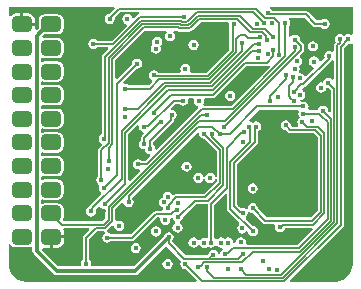
<source format=gbr>
%TF.GenerationSoftware,Altium Limited,Altium Designer,24.3.1 (35)*%
G04 Layer_Physical_Order=3*
G04 Layer_Color=16440176*
%FSLAX45Y45*%
%MOMM*%
%TF.SameCoordinates,49A6F1C3-9DA9-4727-8ECF-3BB51FF8743F*%
%TF.FilePolarity,Positive*%
%TF.FileFunction,Copper,L3,Inr,Signal*%
%TF.Part,Single*%
G01*
G75*
%TA.AperFunction,Conductor*%
%ADD34C,0.15000*%
%ADD37C,0.20000*%
%ADD39C,0.30000*%
%ADD42C,0.13000*%
%TA.AperFunction,ViaPad*%
%ADD45C,0.45000*%
%TA.AperFunction,ComponentPad*%
G04:AMPARAMS|DCode=46|XSize=1.3mm|YSize=1.7mm|CornerRadius=0.325mm|HoleSize=0mm|Usage=FLASHONLY|Rotation=270.000|XOffset=0mm|YOffset=0mm|HoleType=Round|Shape=RoundedRectangle|*
%AMROUNDEDRECTD46*
21,1,1.30000,1.05000,0,0,270.0*
21,1,0.65000,1.70000,0,0,270.0*
1,1,0.65000,-0.52500,-0.32500*
1,1,0.65000,-0.52500,0.32500*
1,1,0.65000,0.52500,0.32500*
1,1,0.65000,0.52500,-0.32500*
%
%ADD46ROUNDEDRECTD46*%
G36*
X942545Y2462198D02*
X892111Y2411763D01*
X883417Y2410034D01*
X869359Y2400641D01*
X859966Y2386583D01*
X856668Y2370000D01*
X859966Y2353417D01*
X869359Y2339360D01*
X883417Y2329966D01*
X900000Y2326668D01*
X916583Y2329966D01*
X930641Y2339360D01*
X940034Y2353417D01*
X943332Y2370000D01*
X941063Y2381410D01*
X989114Y2429461D01*
X1144616D01*
X1146679Y2423450D01*
X1147110Y2414462D01*
X1140174Y2409826D01*
X1107253Y2376905D01*
X1090977Y2381843D01*
X1090034Y2386583D01*
X1080640Y2400641D01*
X1066583Y2410034D01*
X1050000Y2413332D01*
X1033417Y2410034D01*
X1019359Y2400641D01*
X1009966Y2386583D01*
X1006668Y2370000D01*
X1009966Y2353417D01*
X1019359Y2339360D01*
X1033417Y2329966D01*
X1038157Y2329023D01*
X1043095Y2312747D01*
X918677Y2188330D01*
X793908D01*
X792169Y2190932D01*
X778111Y2200325D01*
X761529Y2203623D01*
X744946Y2200325D01*
X730888Y2190932D01*
X721495Y2176874D01*
X718196Y2160291D01*
X721495Y2143708D01*
X730888Y2129651D01*
X744946Y2120257D01*
X761529Y2116959D01*
X778111Y2120257D01*
X792169Y2129651D01*
X793908Y2132253D01*
X881893D01*
X887633Y2118395D01*
X840174Y2070935D01*
X834096Y2061839D01*
X831962Y2051109D01*
Y1393235D01*
X819359Y1384814D01*
X809966Y1370756D01*
X806667Y1354174D01*
X809966Y1337591D01*
X819359Y1323533D01*
X827337Y1318203D01*
X830865Y1300517D01*
X807935Y1277587D01*
X801857Y1268491D01*
X799722Y1257761D01*
Y1040883D01*
X799360Y1040641D01*
X789966Y1026583D01*
X786668Y1010000D01*
X789966Y993417D01*
X799360Y979359D01*
X804754Y975755D01*
X810018Y956634D01*
X806720Y940052D01*
X810018Y923469D01*
X819412Y909411D01*
X822726Y907197D01*
X824628Y887885D01*
X728371Y791629D01*
X721741Y781706D01*
X721490Y780444D01*
X709359Y772339D01*
X699966Y758281D01*
X696667Y741698D01*
X699966Y725116D01*
X709359Y711058D01*
X723417Y701664D01*
X740000Y698366D01*
X756582Y701664D01*
X770640Y711058D01*
X780034Y725116D01*
X783332Y741698D01*
X780283Y757026D01*
X802944Y779686D01*
X821756Y777285D01*
X825162Y772187D01*
X839220Y762794D01*
X855802Y759496D01*
X864461Y752389D01*
Y741277D01*
X864096Y740730D01*
X861961Y730000D01*
Y681614D01*
X838386Y658039D01*
X512124D01*
X502820Y669822D01*
X504954Y673015D01*
X509028Y693500D01*
Y758500D01*
X504954Y778984D01*
X493350Y796350D01*
X475984Y807953D01*
X455500Y812028D01*
X350500D01*
X330686Y808087D01*
X328033Y807885D01*
X315686Y815664D01*
Y836336D01*
X328033Y844115D01*
X330686Y843913D01*
X350500Y839972D01*
X455500D01*
X475984Y844046D01*
X493350Y855650D01*
X504954Y873016D01*
X509028Y893500D01*
Y958500D01*
X504954Y978984D01*
X493350Y996350D01*
X475984Y1007954D01*
X455500Y1012028D01*
X350500D01*
X330686Y1008087D01*
X328033Y1007885D01*
X315686Y1015664D01*
Y1036336D01*
X328033Y1044115D01*
X330686Y1043913D01*
X350500Y1039972D01*
X455500D01*
X475984Y1044046D01*
X493350Y1055650D01*
X504954Y1073016D01*
X509028Y1093500D01*
Y1158500D01*
X504954Y1178984D01*
X493350Y1196350D01*
X475984Y1207954D01*
X455500Y1212028D01*
X350500D01*
X330686Y1208087D01*
X328033Y1207885D01*
X315686Y1215664D01*
Y1236336D01*
X328033Y1244115D01*
X330686Y1243913D01*
X350500Y1239972D01*
X455500D01*
X475984Y1244046D01*
X493350Y1255650D01*
X504954Y1273015D01*
X509028Y1293500D01*
Y1358500D01*
X504954Y1378984D01*
X493350Y1396350D01*
X475984Y1407953D01*
X455500Y1412028D01*
X350500D01*
X330686Y1408087D01*
X328033Y1407885D01*
X315686Y1415664D01*
Y1436336D01*
X328033Y1444115D01*
X330686Y1443913D01*
X350500Y1439972D01*
X455500D01*
X475984Y1444046D01*
X493350Y1455650D01*
X504954Y1473016D01*
X509028Y1493500D01*
Y1558500D01*
X504954Y1578984D01*
X493350Y1596350D01*
X475984Y1607954D01*
X455500Y1612028D01*
X350500D01*
X330686Y1608087D01*
X328033Y1607885D01*
X315686Y1615664D01*
Y1636336D01*
X328033Y1644115D01*
X330686Y1643913D01*
X350500Y1639972D01*
X455500D01*
X475984Y1644046D01*
X493350Y1655650D01*
X504954Y1673015D01*
X509028Y1693500D01*
Y1758500D01*
X504954Y1778984D01*
X493350Y1796350D01*
X475984Y1807953D01*
X455500Y1812028D01*
X350500D01*
X330686Y1808087D01*
X328033Y1807885D01*
X315686Y1815664D01*
Y1836336D01*
X328033Y1844115D01*
X330686Y1843913D01*
X350500Y1839972D01*
X455500D01*
X475984Y1844046D01*
X493350Y1855650D01*
X504954Y1873016D01*
X509028Y1893500D01*
Y1958500D01*
X504954Y1978984D01*
X493350Y1996350D01*
X475984Y2007954D01*
X455500Y2012028D01*
X350500D01*
X330686Y2008087D01*
X328033Y2007885D01*
X315686Y2015664D01*
Y2036336D01*
X328033Y2044115D01*
X330686Y2043913D01*
X350500Y2039972D01*
X455500D01*
X475984Y2044046D01*
X493350Y2055650D01*
X504954Y2073015D01*
X509028Y2093500D01*
Y2158500D01*
X504954Y2178984D01*
X493350Y2196350D01*
X475984Y2207953D01*
X455500Y2212028D01*
X350500D01*
X334532Y2208852D01*
X327143Y2222676D01*
X345445Y2240977D01*
X350500Y2239972D01*
X455500D01*
X475984Y2244046D01*
X493350Y2255650D01*
X504954Y2273016D01*
X509028Y2293500D01*
Y2358500D01*
X504954Y2378984D01*
X493350Y2396350D01*
X475984Y2407954D01*
X455500Y2412028D01*
X350500D01*
X330016Y2407954D01*
X312650Y2396350D01*
X301046Y2378984D01*
X296972Y2358500D01*
Y2293500D01*
X296982Y2293449D01*
X280549Y2277017D01*
X266725Y2284406D01*
X268534Y2293500D01*
Y2313300D01*
X157000D01*
Y2326000D01*
X144300D01*
Y2417534D01*
X104500D01*
X81908Y2413040D01*
X62757Y2400243D01*
X58944Y2394538D01*
X43944Y2399088D01*
Y2476056D01*
X936805D01*
X942545Y2462198D01*
D02*
G37*
G36*
X2956055Y2245063D02*
X2941055Y2237046D01*
X2936583Y2240034D01*
X2920000Y2243332D01*
X2903417Y2240034D01*
X2889360Y2230640D01*
X2880640D01*
X2866583Y2240034D01*
X2850000Y2243332D01*
X2833417Y2240034D01*
X2819359Y2230640D01*
X2809966Y2216583D01*
X2806667Y2200000D01*
X2809966Y2183417D01*
X2815937Y2174481D01*
X2807674Y2166217D01*
X2801596Y2157121D01*
X2799462Y2146391D01*
Y2102383D01*
X2784462Y2094769D01*
X2776583Y2100034D01*
X2760000Y2103332D01*
X2743417Y2100034D01*
X2729360Y2090640D01*
X2719966Y2076583D01*
X2716668Y2060000D01*
X2719966Y2043417D01*
X2720044Y2043301D01*
X2687641Y2010898D01*
X2672038Y2016509D01*
X2670034Y2026583D01*
X2660641Y2040641D01*
X2646583Y2050034D01*
X2630000Y2053332D01*
X2613417Y2050034D01*
X2599360Y2040641D01*
X2589966Y2026583D01*
X2586668Y2010000D01*
X2589966Y1993417D01*
X2599360Y1979360D01*
X2613417Y1969966D01*
X2623491Y1967962D01*
X2629102Y1952359D01*
X2563619Y1886877D01*
X2545752Y1890223D01*
X2540733Y1897734D01*
X2526675Y1907128D01*
X2510092Y1910426D01*
X2501604Y1924031D01*
X2504933Y1929015D01*
X2508232Y1945597D01*
X2504933Y1962180D01*
X2510559Y1980760D01*
X2514929Y1983681D01*
X2524322Y1997738D01*
X2527621Y2014321D01*
X2524322Y2030904D01*
X2514929Y2044962D01*
X2511379Y2047334D01*
X2509909Y2062262D01*
X2539084Y2091437D01*
X2545162Y2100533D01*
X2547296Y2111263D01*
Y2145972D01*
X2545162Y2156702D01*
X2539084Y2165798D01*
X2511375Y2193507D01*
X2511385Y2193554D01*
X2508086Y2210137D01*
X2498693Y2224194D01*
X2484635Y2233588D01*
X2468052Y2236886D01*
X2451470Y2233588D01*
X2437412Y2224194D01*
X2436730Y2223175D01*
X2416348Y2219418D01*
X2413891Y2221146D01*
Y2306240D01*
X2416493Y2307978D01*
X2425886Y2322036D01*
X2429185Y2338619D01*
X2425886Y2355202D01*
X2418028Y2366961D01*
X2420632Y2375840D01*
X2424482Y2381961D01*
X2548386D01*
X2620174Y2310174D01*
X2629270Y2304096D01*
X2640000Y2301961D01*
X2687621D01*
X2689359Y2299359D01*
X2703417Y2289966D01*
X2720000Y2286668D01*
X2736583Y2289966D01*
X2750640Y2299359D01*
X2760034Y2313417D01*
X2763332Y2330000D01*
X2760034Y2346583D01*
X2750640Y2360640D01*
X2736583Y2370034D01*
X2720000Y2373332D01*
X2703417Y2370034D01*
X2689359Y2360640D01*
X2687621Y2358038D01*
X2651614D01*
X2579826Y2429826D01*
X2570730Y2435904D01*
X2560000Y2438039D01*
X2276804D01*
X2268024Y2451179D01*
X2253966Y2460573D01*
X2251538Y2461056D01*
X2253015Y2476056D01*
X2956055D01*
Y2245063D01*
D02*
G37*
G36*
X1909615Y2326961D02*
X1909225Y2325000D01*
X1912524Y2308418D01*
X1912718Y2308127D01*
X1911961Y2304325D01*
Y2111614D01*
X1716198Y1915850D01*
X1586336D01*
X1578319Y1930850D01*
X1580034Y1933417D01*
X1583332Y1950000D01*
X1580034Y1966583D01*
X1570640Y1980640D01*
X1556583Y1990034D01*
X1540000Y1993332D01*
X1523417Y1990034D01*
X1509359Y1980640D01*
X1499966Y1966583D01*
X1496668Y1950000D01*
X1499966Y1933417D01*
X1501681Y1930850D01*
X1493664Y1915850D01*
X1312140D01*
X1306093Y1924900D01*
X1292035Y1934293D01*
X1275452Y1937592D01*
X1258869Y1934293D01*
X1244812Y1924900D01*
X1235418Y1910842D01*
X1232120Y1894259D01*
X1235418Y1877676D01*
X1244812Y1863619D01*
X1255566Y1856432D01*
X1260182Y1839834D01*
X1228386Y1808039D01*
X1062379D01*
X1060641Y1810641D01*
X1046583Y1820034D01*
X1030000Y1823332D01*
X1021021Y1821546D01*
X1013632Y1835370D01*
X1127780Y1949519D01*
X1131500Y1948779D01*
X1148083Y1952078D01*
X1162141Y1961471D01*
X1171534Y1975529D01*
X1174833Y1992112D01*
X1171534Y2008694D01*
X1162141Y2022752D01*
X1148083Y2032146D01*
X1131500Y2035444D01*
X1114918Y2032146D01*
X1100860Y2022752D01*
X1091466Y2008694D01*
X1088168Y1992112D01*
X1088649Y1989692D01*
X961896Y1862940D01*
X948038Y1868680D01*
Y2021713D01*
X1198287Y2271961D01*
X1379082D01*
X1383632Y2256961D01*
X1379924Y2254484D01*
X1370531Y2240426D01*
X1367232Y2223843D01*
X1370531Y2207261D01*
X1379924Y2193203D01*
X1393982Y2183809D01*
X1410565Y2180511D01*
X1427148Y2183809D01*
X1441205Y2193203D01*
X1450599Y2207261D01*
X1453897Y2223843D01*
X1450599Y2240426D01*
X1441205Y2254484D01*
X1437498Y2256961D01*
X1442048Y2271961D01*
X1470854D01*
X1478884Y2266596D01*
X1489614Y2264461D01*
X1570386D01*
X1581116Y2266596D01*
X1589146Y2271961D01*
X1590000D01*
X1600730Y2274096D01*
X1609826Y2280174D01*
X1671614Y2341962D01*
X1897305D01*
X1909615Y2326961D01*
D02*
G37*
G36*
X2956055Y2154937D02*
Y650001D01*
Y299999D01*
X2956164Y299449D01*
X2950913Y259563D01*
X2935305Y221881D01*
X2910476Y189524D01*
X2878118Y164695D01*
X2840437Y149087D01*
X2814295Y145645D01*
X2800000Y143944D01*
Y143944D01*
X2428758D01*
X2423018Y157802D01*
X2874827Y609610D01*
X2880905Y618707D01*
X2883039Y629437D01*
Y2123386D01*
X2916931Y2157278D01*
X2920000Y2156668D01*
X2936583Y2159966D01*
X2941055Y2162954D01*
X2956055Y2154937D01*
D02*
G37*
G36*
X2797030Y2018851D02*
X2799462Y2017617D01*
Y1859472D01*
X2784462Y1854922D01*
X2780641Y1860640D01*
X2766583Y1870034D01*
X2750000Y1873332D01*
X2733417Y1870034D01*
X2719360Y1860640D01*
X2709966Y1846583D01*
X2709375Y1843608D01*
X2706582Y1830034D01*
X2690000Y1833332D01*
X2673417Y1830034D01*
X2659359Y1820641D01*
X2649966Y1806583D01*
X2646668Y1790000D01*
X2649966Y1773417D01*
X2659359Y1759359D01*
X2673417Y1749966D01*
X2690000Y1746668D01*
X2706583Y1749966D01*
X2720640Y1759359D01*
X2730034Y1773417D01*
X2730625Y1776391D01*
X2733418Y1789966D01*
X2750000Y1786667D01*
X2753069Y1787278D01*
X2771962Y1768386D01*
Y1587289D01*
X2758104Y1581549D01*
X2747722Y1591931D01*
X2748333Y1595000D01*
X2745034Y1611583D01*
X2735641Y1625641D01*
X2721583Y1635034D01*
X2705000Y1638333D01*
X2688418Y1635034D01*
X2674360Y1625641D01*
X2664966Y1611583D01*
X2662272Y1598038D01*
X2587798D01*
X2579781Y1613038D01*
X2580034Y1613417D01*
X2583332Y1630000D01*
X2580034Y1646583D01*
X2570641Y1660641D01*
X2556583Y1670034D01*
X2540000Y1673332D01*
X2527488Y1670844D01*
X2516697Y1677900D01*
X2513606Y1681519D01*
X2513889Y1684002D01*
X2517554Y1685392D01*
X2526798Y1687230D01*
X2540856Y1696624D01*
X2550249Y1710682D01*
X2553548Y1727264D01*
X2550249Y1743847D01*
X2540856Y1757905D01*
X2532212Y1763681D01*
X2529653Y1778495D01*
X2539074Y1789412D01*
X2539999D01*
X2540000Y1789412D01*
X2551705Y1791741D01*
X2561629Y1798371D01*
X2776845Y2013587D01*
X2776846Y2013588D01*
X2783476Y2023511D01*
X2797030Y2018851D01*
D02*
G37*
G36*
X2255871Y1965524D02*
X1928386Y1638039D01*
X1697935D01*
X1689917Y1653039D01*
X1694458Y1659835D01*
X1697757Y1676418D01*
X1695659Y1686961D01*
X1705138Y1701962D01*
X1773744D01*
X1784474Y1704096D01*
X1793571Y1710174D01*
X2053403Y1970006D01*
X2228045D01*
X2238775Y1972141D01*
X2246309Y1977175D01*
X2255871Y1965524D01*
D02*
G37*
G36*
X1613189Y1686961D02*
X1611092Y1676418D01*
X1614390Y1659835D01*
X1623784Y1645777D01*
X1637842Y1636384D01*
X1646094Y1634742D01*
X1651031Y1618466D01*
X1297648Y1265083D01*
X1288818Y1268116D01*
X1283004Y1271652D01*
X1280034Y1286583D01*
X1270641Y1300641D01*
X1268039Y1302379D01*
Y1328386D01*
X1439372Y1499719D01*
X1445450Y1508816D01*
X1447584Y1519546D01*
Y1523797D01*
X1454387Y1528343D01*
X1463781Y1542401D01*
X1467079Y1558984D01*
X1463781Y1575566D01*
X1454387Y1589624D01*
X1440330Y1599018D01*
X1427056Y1601658D01*
X1422179Y1611151D01*
X1421148Y1616963D01*
X1456146Y1651961D01*
X1487621D01*
X1489359Y1649359D01*
X1503417Y1639966D01*
X1520000Y1636668D01*
X1536583Y1639966D01*
X1550641Y1649359D01*
X1560034Y1663417D01*
X1563332Y1680000D01*
X1561948Y1686961D01*
X1573107Y1701962D01*
X1603711D01*
X1613189Y1686961D01*
D02*
G37*
G36*
X2500219Y1586962D02*
X2499966Y1586583D01*
X2496668Y1570000D01*
X2499966Y1553417D01*
X2509359Y1539360D01*
X2500462Y1531377D01*
X2499359Y1530641D01*
X2489966Y1516583D01*
X2486668Y1500000D01*
X2489966Y1483417D01*
X2496901Y1473038D01*
X2492295Y1460574D01*
X2490257Y1458038D01*
X2443447D01*
X2433248Y1469573D01*
X2433332Y1470000D01*
X2430034Y1486583D01*
X2420641Y1500641D01*
X2406583Y1510034D01*
X2390000Y1513333D01*
X2373417Y1510034D01*
X2359360Y1500641D01*
X2349966Y1486583D01*
X2346668Y1470000D01*
X2349966Y1453417D01*
X2359360Y1439360D01*
X2373417Y1429966D01*
X2390000Y1426668D01*
X2393069Y1427278D01*
X2410174Y1410174D01*
X2419270Y1404096D01*
X2430000Y1401961D01*
X2628386D01*
X2661961Y1368386D01*
Y751614D01*
X2601969Y691622D01*
X2227490D01*
X2152957Y766155D01*
X2153568Y769224D01*
X2150270Y785807D01*
X2140876Y799865D01*
X2126818Y809258D01*
X2110236Y812556D01*
X2093653Y809258D01*
X2079595Y799865D01*
X2070202Y785807D01*
X2066903Y769224D01*
X2067012Y768679D01*
X2060101Y763694D01*
X2053197Y761243D01*
X2040959Y769420D01*
X2024376Y772719D01*
X2007793Y769420D01*
X2007575Y769275D01*
X1978038Y798811D01*
Y1138386D01*
X2149826Y1310174D01*
X2155904Y1319270D01*
X2158039Y1330000D01*
Y1421026D01*
X2170588Y1429411D01*
X2179982Y1443469D01*
X2183280Y1460052D01*
X2179982Y1476635D01*
X2170588Y1490692D01*
X2156531Y1500086D01*
X2139948Y1503384D01*
X2123365Y1500086D01*
X2109935Y1491112D01*
X2096583Y1500034D01*
X2083502Y1502636D01*
X2078467Y1512635D01*
X2077593Y1517941D01*
X2161614Y1601961D01*
X2492202D01*
X2500219Y1586962D01*
D02*
G37*
G36*
X1147506Y1464213D02*
X1146668Y1460000D01*
X1149966Y1443417D01*
X1159359Y1429359D01*
X1173417Y1419966D01*
X1184408Y1417780D01*
X1190303Y1403057D01*
X1190316Y1402475D01*
X1171993Y1384152D01*
X1165915Y1375056D01*
X1163781Y1364326D01*
Y1343595D01*
X1159359Y1340640D01*
X1149966Y1326583D01*
X1146668Y1310000D01*
X1149966Y1293417D01*
X1159359Y1279359D01*
X1173417Y1269966D01*
X1190000Y1266668D01*
X1197051Y1268070D01*
X1199966Y1253417D01*
X1209360Y1239359D01*
X1223417Y1229966D01*
X1238348Y1226996D01*
X1241884Y1221182D01*
X1244918Y1212352D01*
X1200604Y1168039D01*
X1172379D01*
X1170641Y1170641D01*
X1156583Y1180034D01*
X1140000Y1183332D01*
X1123417Y1180034D01*
X1109359Y1170641D01*
X1099966Y1156583D01*
X1096668Y1140000D01*
X1099966Y1123417D01*
X1109359Y1109359D01*
X1123417Y1099966D01*
X1140000Y1096668D01*
X1148627Y1098384D01*
X1156016Y1084559D01*
X1071897Y1000440D01*
X1058039Y1006180D01*
Y1395960D01*
X1133682Y1471603D01*
X1147506Y1464213D01*
D02*
G37*
G36*
X1658108Y1407242D02*
X1656668Y1400000D01*
X1659966Y1383417D01*
X1669359Y1369359D01*
X1683417Y1359966D01*
X1700000Y1356668D01*
X1703069Y1357278D01*
X1806961Y1253386D01*
Y1033509D01*
X1791961Y1032032D01*
X1790342Y1040171D01*
X1780949Y1054229D01*
X1766891Y1063623D01*
X1750308Y1066921D01*
X1733726Y1063623D01*
X1719668Y1054229D01*
X1710274Y1040171D01*
X1708693Y1032222D01*
X1693399D01*
X1691626Y1041140D01*
X1682232Y1055198D01*
X1668174Y1064591D01*
X1651592Y1067889D01*
X1635009Y1064591D01*
X1620951Y1055198D01*
X1611558Y1041140D01*
X1608259Y1024557D01*
X1611558Y1007974D01*
X1620951Y993916D01*
X1635009Y984523D01*
X1651592Y981225D01*
X1668174Y984523D01*
X1682232Y993916D01*
X1691626Y1007974D01*
X1693207Y1015924D01*
X1708501D01*
X1710274Y1007006D01*
X1719668Y992948D01*
X1733726Y983555D01*
X1750308Y980256D01*
X1766891Y983555D01*
X1780949Y992948D01*
X1790342Y1007006D01*
X1791961Y1015145D01*
X1806961Y1013668D01*
Y996614D01*
X1698386Y888039D01*
X1460000D01*
X1449270Y885904D01*
X1445752Y883554D01*
X1434892Y883180D01*
X1427199Y888065D01*
X1421169Y897089D01*
X1407111Y906483D01*
X1390528Y909781D01*
X1373946Y906483D01*
X1359888Y897089D01*
X1350494Y883031D01*
X1347196Y866449D01*
X1348555Y859614D01*
X1340478Y858008D01*
X1326421Y848614D01*
X1317027Y834556D01*
X1313729Y817974D01*
X1317027Y801391D01*
X1326421Y787333D01*
X1340478Y777940D01*
X1349644Y776117D01*
X1348925Y772505D01*
X1351011Y762019D01*
X1341505Y747019D01*
X1290000D01*
X1279660Y744962D01*
X1270895Y739105D01*
X1232901Y701111D01*
X1228556Y698208D01*
X1078386Y548039D01*
X912379D01*
X910641Y550641D01*
X896583Y560034D01*
X881249Y563084D01*
X879126Y566930D01*
X876455Y577921D01*
X879826Y580174D01*
X922007Y622355D01*
X927313Y621481D01*
X937312Y616446D01*
X939914Y603365D01*
X949307Y589307D01*
X963365Y579914D01*
X979948Y576616D01*
X996531Y579914D01*
X1010589Y589307D01*
X1019982Y603365D01*
X1023280Y619948D01*
X1019982Y636531D01*
X1010589Y650588D01*
X996531Y659982D01*
X979948Y663280D01*
X963365Y659982D01*
X962903Y659673D01*
X948038Y667781D01*
Y758386D01*
X1002157Y812504D01*
X1018433Y807567D01*
X1019258Y803417D01*
X1028652Y789359D01*
X1042710Y779966D01*
X1059292Y776667D01*
X1075875Y779966D01*
X1089933Y789359D01*
X1099326Y803417D01*
X1102625Y820000D01*
X1099326Y836582D01*
X1089933Y850640D01*
X1094419Y864766D01*
X1644284Y1414631D01*
X1658108Y1407242D01*
D02*
G37*
G36*
X1730244Y801761D02*
Y524696D01*
X1721121Y518000D01*
X1715243Y515677D01*
X1700795Y518551D01*
X1684213Y515252D01*
X1670155Y505859D01*
X1664493Y497386D01*
X1660579Y496492D01*
X1647762Y497482D01*
X1640640Y508139D01*
X1626582Y517533D01*
X1610000Y520831D01*
X1593417Y517533D01*
X1579359Y508139D01*
X1569966Y494081D01*
X1566667Y477499D01*
X1569966Y460916D01*
X1579359Y446858D01*
X1593417Y437465D01*
X1610000Y434166D01*
X1626582Y437465D01*
X1640640Y446858D01*
X1646302Y455331D01*
X1650216Y456225D01*
X1663034Y455235D01*
X1670155Y444578D01*
X1684213Y435184D01*
X1700795Y431886D01*
X1717378Y435184D01*
X1730449Y443918D01*
X1741700Y436400D01*
X1758282Y433102D01*
X1774865Y436400D01*
X1788923Y445794D01*
X1792118Y450575D01*
X1810158D01*
X1812642Y446858D01*
X1826700Y437465D01*
X1843282Y434166D01*
X1849403Y435384D01*
X1855256Y421254D01*
X1846464Y415379D01*
X1837070Y401322D01*
X1833772Y384739D01*
X1819594Y384496D01*
X1818023Y392394D01*
X1808630Y406452D01*
X1794572Y415845D01*
X1777989Y419144D01*
X1761406Y415845D01*
X1747349Y406452D01*
X1737955Y392394D01*
X1735179Y378436D01*
X1727330Y370588D01*
X1542901D01*
X1435738Y477751D01*
X1429555Y490675D01*
X1438949Y504733D01*
X1442247Y521316D01*
X1438949Y537898D01*
X1429555Y551956D01*
X1415497Y561350D01*
X1398915Y564648D01*
X1382332Y561350D01*
X1368274Y551956D01*
X1358881Y537898D01*
X1357354Y530222D01*
X1102817Y275686D01*
X751535D01*
X741480Y290686D01*
X743333Y300000D01*
X740034Y316583D01*
X730641Y330640D01*
X728039Y332379D01*
Y508386D01*
X791614Y571961D01*
X854269D01*
X858819Y556961D01*
X849359Y550641D01*
X839966Y536583D01*
X836668Y520000D01*
X839966Y503417D01*
X849359Y489359D01*
X863417Y479966D01*
X880000Y476668D01*
X896583Y479966D01*
X910641Y489359D01*
X912379Y491961D01*
X1090000D01*
X1100730Y494096D01*
X1109826Y500174D01*
X1268208Y658556D01*
X1271111Y662900D01*
X1301192Y692981D01*
X1317574D01*
X1328255Y677981D01*
X1326668Y670000D01*
X1329966Y653417D01*
X1339360Y639359D01*
X1353417Y629966D01*
X1370000Y626668D01*
X1386583Y629966D01*
X1400641Y639359D01*
X1410034Y653417D01*
X1413332Y670000D01*
X1412169Y675850D01*
X1422201Y687277D01*
X1433511Y684854D01*
X1434483Y681732D01*
X1435482Y676713D01*
X1444875Y662655D01*
X1452131Y657807D01*
X1452144Y657774D01*
X1451376Y640635D01*
X1443453Y635341D01*
X1434059Y621283D01*
X1430761Y604701D01*
X1434059Y588118D01*
X1443453Y574060D01*
X1457511Y564667D01*
X1474093Y561368D01*
X1490676Y564667D01*
X1504734Y574060D01*
X1514127Y588118D01*
X1517426Y604701D01*
X1514127Y621283D01*
X1504734Y635341D01*
X1497478Y640189D01*
X1497464Y640223D01*
X1498233Y657361D01*
X1506156Y662655D01*
X1515549Y676713D01*
X1518088Y689474D01*
X1630575Y801962D01*
X1730000D01*
X1730244Y801761D01*
D02*
G37*
G36*
X1894461Y885211D02*
Y765682D01*
X1896596Y754952D01*
X1902674Y745856D01*
X1998006Y650524D01*
X1995985Y631331D01*
X1991860Y628574D01*
X1982466Y614516D01*
X1979168Y597934D01*
X1982466Y581351D01*
X1991860Y567293D01*
X2005918Y557900D01*
X2022500Y554601D01*
X2039083Y557900D01*
X2053141Y567293D01*
X2055898Y571419D01*
X2057523Y571999D01*
X2071997Y568514D01*
X2074218Y557347D01*
X2083612Y543289D01*
X2097669Y533896D01*
X2114252Y530598D01*
X2130835Y533896D01*
X2144893Y543289D01*
X2154286Y557347D01*
X2157584Y573930D01*
X2154286Y590513D01*
X2144893Y604571D01*
X2130835Y613964D01*
X2114252Y617262D01*
X2111183Y616652D01*
X2050289Y677546D01*
X2052190Y696857D01*
X2055016Y698746D01*
X2064410Y712804D01*
X2067708Y729386D01*
X2067600Y729931D01*
X2074511Y734916D01*
X2081415Y737368D01*
X2093653Y729190D01*
X2110236Y725892D01*
X2113305Y726502D01*
X2196050Y643757D01*
X2205146Y637679D01*
X2215876Y635545D01*
X2289287D01*
X2298765Y620545D01*
X2296667Y610000D01*
X2299966Y593417D01*
X2309359Y579360D01*
X2323417Y569966D01*
X2340000Y566668D01*
X2356583Y569966D01*
X2370640Y579360D01*
X2380034Y593417D01*
X2381733Y601961D01*
X2611096D01*
X2617309Y586961D01*
X2488386Y458038D01*
X2063107D01*
X2051948Y473039D01*
X2053332Y480000D01*
X2050034Y496583D01*
X2040641Y510641D01*
X2026583Y520034D01*
X2010000Y523332D01*
X1993417Y520034D01*
X1979360Y510641D01*
X1969966Y496583D01*
X1966668Y480000D01*
X1955901Y471987D01*
X1945397Y477499D01*
X1942099Y494081D01*
X1932706Y508139D01*
X1918648Y517533D01*
X1902065Y520831D01*
X1885482Y517533D01*
X1872674Y508974D01*
X1859865Y517533D01*
X1843282Y520831D01*
X1826700Y517533D01*
X1812642Y508139D01*
X1812291Y507614D01*
X1795945Y506512D01*
X1786321Y516252D01*
Y796668D01*
X1880603Y890951D01*
X1894461Y885211D01*
D02*
G37*
G36*
X728451Y588103D02*
X680174Y539826D01*
X674096Y530730D01*
X671962Y520000D01*
Y332379D01*
X669360Y330640D01*
X659966Y316583D01*
X656668Y300000D01*
X658520Y290686D01*
X648465Y275686D01*
X464781D01*
X323071Y417396D01*
X324247Y426042D01*
X339645Y436624D01*
X350500Y434465D01*
X390300D01*
Y526000D01*
X403000D01*
Y538700D01*
X514534D01*
Y558500D01*
X510040Y581091D01*
X506118Y586961D01*
X514136Y601961D01*
X722711D01*
X728451Y588103D01*
D02*
G37*
G36*
X66650Y455650D02*
X84016Y444046D01*
X104500Y439971D01*
X209500D01*
X229314Y443913D01*
X231967Y444114D01*
X244314Y436336D01*
Y410000D01*
X247031Y396344D01*
X254766Y384766D01*
X424766Y214766D01*
X436344Y207031D01*
X450000Y204314D01*
X1117599D01*
X1131255Y207031D01*
X1142833Y214766D01*
X1377520Y449454D01*
X1506249Y320724D01*
X1499966Y311321D01*
X1496668Y294739D01*
X1499966Y278156D01*
X1509359Y264098D01*
X1523417Y254705D01*
X1540000Y251406D01*
X1543069Y252017D01*
X1637284Y157802D01*
X1631544Y143944D01*
X200000D01*
X199453Y143835D01*
X159563Y149087D01*
X121882Y164695D01*
X89524Y189524D01*
X64695Y221882D01*
X49087Y259563D01*
X43836Y299453D01*
X43944Y299999D01*
Y462631D01*
X58944Y467182D01*
X66650Y455650D01*
D02*
G37*
%LPC*%
G36*
X209500Y2417534D02*
X169700D01*
Y2338700D01*
X268534D01*
Y2358500D01*
X264040Y2381092D01*
X251243Y2400243D01*
X232091Y2413040D01*
X209500Y2417534D01*
D02*
G37*
G36*
X2620000Y2183332D02*
X2603417Y2180034D01*
X2589360Y2170641D01*
X2579966Y2156583D01*
X2576668Y2140000D01*
X2579966Y2123417D01*
X2589360Y2109360D01*
X2603417Y2099966D01*
X2620000Y2096668D01*
X2636583Y2099966D01*
X2650641Y2109360D01*
X2660034Y2123417D01*
X2663332Y2140000D01*
X2660034Y2156583D01*
X2650641Y2170641D01*
X2636583Y2180034D01*
X2620000Y2183332D01*
D02*
G37*
G36*
X1610000Y2193332D02*
X1593417Y2190034D01*
X1579360Y2180641D01*
X1569966Y2166583D01*
X1566668Y2150000D01*
X1569966Y2133417D01*
X1579360Y2119359D01*
X1593417Y2109966D01*
X1610000Y2106668D01*
X1626583Y2109966D01*
X1640641Y2119359D01*
X1650034Y2133417D01*
X1653332Y2150000D01*
X1650034Y2166583D01*
X1640641Y2180641D01*
X1626583Y2190034D01*
X1610000Y2193332D01*
D02*
G37*
G36*
X1301277Y2219716D02*
X1284694Y2216417D01*
X1270636Y2207024D01*
X1261243Y2192966D01*
X1257944Y2176383D01*
X1261243Y2159801D01*
X1264893Y2154338D01*
X1259359Y2150641D01*
X1249966Y2136583D01*
X1246668Y2120000D01*
X1249966Y2103417D01*
X1259359Y2089360D01*
X1273417Y2079966D01*
X1290000Y2076668D01*
X1306583Y2079966D01*
X1320640Y2089360D01*
X1330034Y2103417D01*
X1333332Y2120000D01*
X1330034Y2136583D01*
X1326384Y2142046D01*
X1331917Y2145743D01*
X1341310Y2159801D01*
X1344609Y2176383D01*
X1341310Y2192966D01*
X1331917Y2207024D01*
X1317859Y2216417D01*
X1301277Y2219716D01*
D02*
G37*
G36*
X1920000Y1763333D02*
X1903417Y1760034D01*
X1889359Y1750641D01*
X1879966Y1736583D01*
X1876668Y1720000D01*
X1879966Y1703417D01*
X1889359Y1689360D01*
X1903417Y1679966D01*
X1920000Y1676668D01*
X1936583Y1679966D01*
X1950640Y1689360D01*
X1960034Y1703417D01*
X1963332Y1720000D01*
X1960034Y1736583D01*
X1950640Y1750641D01*
X1936583Y1760034D01*
X1920000Y1763333D01*
D02*
G37*
G36*
X2110745Y978707D02*
X2094162Y975408D01*
X2080104Y966015D01*
X2070711Y951957D01*
X2067412Y935374D01*
X2070711Y918792D01*
X2080104Y904734D01*
X2094162Y895340D01*
X2110745Y892042D01*
X2127327Y895340D01*
X2141385Y904734D01*
X2150779Y918792D01*
X2154077Y935374D01*
X2150779Y951957D01*
X2141385Y966015D01*
X2127327Y975408D01*
X2110745Y978707D01*
D02*
G37*
G36*
X1550000Y1163332D02*
X1533417Y1160033D01*
X1519359Y1150640D01*
X1509966Y1136582D01*
X1506668Y1120000D01*
X1509966Y1103417D01*
X1519359Y1089359D01*
X1533417Y1079966D01*
X1550000Y1076667D01*
X1566583Y1079966D01*
X1580640Y1089359D01*
X1590034Y1103417D01*
X1593332Y1120000D01*
X1590034Y1136582D01*
X1580640Y1150640D01*
X1566583Y1160033D01*
X1550000Y1163332D01*
D02*
G37*
G36*
X1291786Y615706D02*
X1275204Y612408D01*
X1261146Y603015D01*
X1251752Y588957D01*
X1248454Y572374D01*
X1251752Y555791D01*
X1261146Y541733D01*
X1275204Y532340D01*
X1291786Y529042D01*
X1308369Y532340D01*
X1322427Y541733D01*
X1331820Y555791D01*
X1335119Y572374D01*
X1331820Y588957D01*
X1322427Y603015D01*
X1308369Y612408D01*
X1291786Y615706D01*
D02*
G37*
G36*
X1120000Y473332D02*
X1103417Y470034D01*
X1089360Y460640D01*
X1079966Y446583D01*
X1076668Y430000D01*
X1079966Y413417D01*
X1089360Y399359D01*
X1103417Y389966D01*
X1120000Y386668D01*
X1136583Y389966D01*
X1150641Y399359D01*
X1160034Y413417D01*
X1163332Y430000D01*
X1160034Y446583D01*
X1150641Y460640D01*
X1136583Y470034D01*
X1120000Y473332D01*
D02*
G37*
G36*
X514534Y513300D02*
X415700D01*
Y434465D01*
X455500D01*
X478092Y438959D01*
X497243Y451756D01*
X510040Y470908D01*
X514534Y493500D01*
Y513300D01*
D02*
G37*
G36*
X1390000Y338071D02*
X1373417Y334773D01*
X1359359Y325379D01*
X1349966Y311321D01*
X1346668Y294739D01*
X1349966Y278156D01*
X1359359Y264098D01*
X1373417Y254705D01*
X1390000Y251406D01*
X1406583Y254705D01*
X1420641Y264098D01*
X1430034Y278156D01*
X1433332Y294739D01*
X1430034Y311321D01*
X1420641Y325379D01*
X1406583Y334773D01*
X1390000Y338071D01*
D02*
G37*
%LPD*%
D34*
X1482114Y2300000D02*
X1489614Y2292500D01*
X1577886Y2300000D02*
X1590000D01*
X1186673D02*
X1482114D01*
X1558995Y2320000D02*
X1566495Y2327500D01*
X1493505D02*
X1501005Y2320000D01*
X1558995D01*
X1566495Y2327500D02*
X1577500D01*
X1555104Y2355000D02*
X1566109D01*
X1504896D02*
X1512396Y2347500D01*
X1570386Y2292500D02*
X1577886Y2300000D01*
X1163891Y2355000D02*
X1504896D01*
X1512396Y2347500D02*
X1547604D01*
X892500Y2044718D02*
X1175282Y2327500D01*
X860000Y2051109D02*
X1163891Y2355000D01*
X1547604Y2347500D02*
X1555104Y2355000D01*
X920000Y2033327D02*
X1186673Y2300000D01*
X1175282Y2327500D02*
X1493505D01*
X1160000Y2390000D02*
X1530000D01*
X1489614Y2292500D02*
X1570386D01*
X2509446Y400555D02*
X2772500Y663609D01*
Y1527500D01*
X2800000Y652218D02*
Y1780000D01*
X2500000Y430000D02*
X2745000Y675000D01*
X2364773Y178100D02*
X2827500Y640828D01*
X2110555Y400555D02*
X2509446D01*
X2054400Y205600D02*
X2353382D01*
X2800000Y652218D01*
X1784999Y178100D02*
X2364773D01*
X2827500Y640828D02*
Y2146391D01*
X2745000Y675000D02*
Y1495000D01*
X1940000Y430000D02*
X2500000D01*
X2376164Y150600D02*
X2855000Y629437D01*
Y2135000D01*
X1683526Y150600D02*
X2376164D01*
X2572500Y1457500D02*
X2662500D01*
X2530000Y1500000D02*
X2572500Y1457500D01*
X1922500Y765682D02*
X2114252Y573930D01*
X1922500Y765682D02*
Y1161391D01*
X2340000Y610000D02*
X2343787D01*
X2363787Y630000D01*
X2618891D01*
X2034260Y1404260D02*
X2040000Y1410000D01*
X2014260Y1404260D02*
X2034260D01*
X1890000Y1280000D02*
X2014260Y1404260D01*
X1674739Y159387D02*
Y160000D01*
X1540000Y294739D02*
X1674739Y160000D01*
Y159387D02*
X1683526Y150600D01*
X1702396Y309739D02*
X2019738D01*
X2110555Y400555D01*
X2215876Y663583D02*
X2613583D01*
X2110236Y769224D02*
X2215876Y663583D01*
X2613583D02*
X2690000Y740000D01*
X2618891Y630000D02*
X2717500Y728609D01*
X2018636Y735126D02*
X2024376Y729386D01*
X2002071Y735126D02*
X2018636D01*
X1950000Y787198D02*
Y1150000D01*
Y787198D02*
X2002071Y735126D01*
X1905740Y1495740D02*
Y1497746D01*
X2473451Y2065457D01*
X1870000Y1460000D02*
X1905740Y1495740D01*
X1879103Y1510000D02*
X2467732Y2098629D01*
X1660000Y1510000D02*
X1879103D01*
X1650000Y1460000D02*
X1770000D01*
X1830000Y1400000D01*
X1920000D01*
X2150000Y1630000D01*
X1768973Y1371027D02*
Y1397196D01*
X1862500Y962500D02*
Y1277500D01*
X1768973Y1371027D02*
X1862500Y1277500D01*
X1765237Y1400931D02*
X1768973Y1397196D01*
X1700000Y1400000D02*
X1835000Y1265000D01*
Y985000D02*
Y1265000D01*
X1060000Y870000D02*
X1650000Y1460000D01*
X1137165Y1607165D02*
X1360000Y1830000D01*
X1030489Y1607165D02*
X1137165D01*
X1240000Y1780000D02*
X1320000Y1860000D01*
X1030000Y1780000D02*
X1240000D01*
X1275452Y1894259D02*
X1281192Y1888519D01*
X1298532D01*
X1299239Y1887812D01*
X1727812D01*
X1940000Y2100000D01*
X1272521Y1571293D02*
Y1579411D01*
X1283727Y1590616D02*
Y1593727D01*
X1272521Y1579411D02*
X1283727Y1590616D01*
Y1593727D02*
X1420000Y1730000D01*
X1773744D01*
X1444532Y1680000D02*
X1520000D01*
X1191820Y1461820D02*
X1226352D01*
X1444532Y1680000D01*
X1191820Y1364326D02*
X1327494Y1500000D01*
X1330000D01*
X1419546Y1519546D02*
Y1554782D01*
X1240000Y1340000D02*
X1419546Y1519546D01*
X1240000Y1270000D02*
Y1340000D01*
X1419546Y1554782D02*
X1423747Y1558984D01*
X1190000Y1460000D02*
X1191820Y1461820D01*
X1475515Y693296D02*
X1482257D01*
X1618961Y830000D01*
X1730000D01*
X2391342Y1858698D02*
Y1893486D01*
X2391415Y1893559D01*
X2254793Y1722148D02*
X2391342Y1858698D01*
X1900479Y390479D02*
X1940000Y430000D01*
X1877104Y384739D02*
X1882845Y390479D01*
X1900479D01*
X2090000Y1328891D02*
Y1441882D01*
X2130000Y1330000D02*
Y1441986D01*
X1950000Y1150000D02*
X2130000Y1330000D01*
X1922500Y1161391D02*
X2090000Y1328891D01*
X2150000Y1630000D02*
X2540000D01*
X1191820Y1311820D02*
Y1364326D01*
X920000Y1310000D02*
Y2033327D01*
X892500Y1322500D02*
Y2044718D01*
X860000Y1372292D02*
Y2051109D01*
X761529Y2160291D02*
X930291D01*
X1160000Y2390000D01*
X1320000Y1860000D02*
X1741109D01*
X1360000Y1830000D02*
X1750000D01*
X1741109Y1860000D02*
X1970000Y2088891D01*
X1030000Y1407574D02*
X1392426Y1770000D01*
X1750000Y1830000D02*
X2020000Y2100000D01*
X1392426Y1770000D02*
X1774853D01*
X2106397Y2101543D01*
X1940000Y2304325D02*
X1952558Y2316882D01*
Y2325000D01*
X1940000Y2100000D02*
Y2304325D01*
X1970000Y2200000D02*
X2005000Y2235000D01*
X1970000Y2088891D02*
Y2200000D01*
X2005000Y2235000D02*
X2045000D01*
X2069313Y2210687D01*
X2020000Y2100000D02*
Y2170000D01*
X1773744Y1730000D02*
X2041789Y1998045D01*
X2106397Y2101543D02*
X2166074D01*
X1030000Y970000D02*
Y1407574D01*
X2041789Y1998045D02*
X2228045D01*
X1671109Y1560000D02*
X1718713D01*
X892500Y781391D02*
X1671109Y1560000D01*
X2000000Y2400000D02*
X2114181Y2285819D01*
X1650000Y2400000D02*
X2000000D01*
X2114181Y2285819D02*
X2213805D01*
X1660000Y2370000D02*
X1980000D01*
X2091681Y2258319D02*
X2191240D01*
X1980000Y2370000D02*
X2091681Y2258319D01*
X2069313Y2210687D02*
X2169519D01*
X2519258Y2111263D02*
Y2145972D01*
X2468052Y2193554D02*
X2471676D01*
X2519258Y2145972D01*
X2473451Y2065457D02*
X2519258Y2111263D01*
X2414123Y1804123D02*
X2449270Y1839270D01*
Y1877893D01*
X2414123Y1716053D02*
Y1804123D01*
X2449270Y1877893D02*
X2454454Y1883076D01*
X2560000Y2410000D02*
X2640000Y2330000D01*
X2256040Y2410000D02*
X2560000D01*
X2640000Y2330000D02*
X2720000D01*
X2245501Y2420539D02*
X2256040Y2410000D01*
X2237383Y2420539D02*
X2245501D01*
X890000Y1170000D02*
Y1280000D01*
X920000Y1310000D01*
X850052Y940052D02*
X960000Y1050000D01*
Y1821391D01*
X1060000Y820707D02*
Y870000D01*
X1059292Y820000D02*
X1060000Y820707D01*
X1682218Y1610000D02*
X1940000D01*
X1212218Y1140000D02*
X1682218Y1610000D01*
X862828Y802828D02*
X1030000Y970000D01*
X890000Y730000D02*
X892500Y732500D01*
Y781391D01*
X920000Y660000D02*
Y770000D01*
X1660000Y1510000D01*
X1140000Y1140000D02*
X1212218D01*
X855802Y802828D02*
X862828D01*
X1090000Y520000D02*
X1248382Y678382D01*
X880000Y520000D02*
X1090000D01*
X700000Y300000D02*
Y520000D01*
X780000Y600000D01*
X860000D01*
X920000Y660000D01*
X1190000Y1310000D02*
X1191820Y1311820D01*
X890000Y670000D02*
Y730000D01*
X1940000Y1610000D02*
X2385852Y2055852D01*
X850000Y630000D02*
X890000Y670000D01*
X465067Y663905D02*
X498972Y630000D01*
X850000D01*
X2430000Y1430000D02*
X2640000D01*
X2390000Y1470000D02*
X2430000Y1430000D01*
X2855000Y2135000D02*
X2920000Y2200000D01*
X2827500Y2146391D02*
X2848735Y2167626D01*
X2750000Y1830000D02*
X2800000Y1780000D01*
X2705000Y1595000D02*
X2772500Y1527500D01*
X2662500Y1457500D02*
X2717500Y1402500D01*
Y728609D02*
Y1402500D01*
X2687500Y1552500D02*
X2745000Y1495000D01*
X2690000Y740000D02*
Y1380000D01*
X2640000Y1430000D02*
X2690000Y1380000D01*
X2540000Y1570000D02*
X2669896D01*
X2687396Y1552500D01*
X2687500D01*
X1890000Y940000D02*
Y1280000D01*
X1730000Y830000D02*
X1862500Y962500D01*
X1758282Y808282D02*
X1890000Y940000D01*
X1710000Y860000D02*
X1835000Y985000D01*
X850000Y1354174D02*
Y1362291D01*
X860000Y1372292D01*
X1590000Y2300000D02*
X1660000Y2370000D01*
X1577500Y2327500D02*
X1650000Y2400000D01*
X1566109Y2355000D02*
X1641109Y2430000D01*
X380000Y726000D02*
X409470D01*
X465067Y663905D02*
Y670403D01*
X409470Y726000D02*
X465067Y670403D01*
X2010000Y250000D02*
X2054400Y205600D01*
X827761Y1257761D02*
X892500Y1322500D01*
X827761Y1012239D02*
Y1257761D01*
Y1012239D02*
X830000Y1010000D01*
X960000Y1821391D02*
X1130720Y1992112D01*
X1392258Y772505D02*
X1397769Y778016D01*
Y797769D01*
X1460000Y860000D01*
X2439974Y1691908D02*
X2451882Y1680000D01*
X2438269Y1691908D02*
X2439974D01*
X2451882Y1680000D02*
X2460000D01*
X2254793Y1679804D02*
Y1722148D01*
X1650000Y267238D02*
X1658118D01*
X1669990Y279110D01*
X1725740Y237359D02*
Y261498D01*
X1669990Y279110D02*
X1671768D01*
X1720000Y267238D02*
X1725740Y261498D01*
X1671768Y279110D02*
X1702396Y309739D01*
X2848735Y2167626D02*
Y2198735D01*
X2850000Y2200000D01*
X1758282Y476434D02*
Y808282D01*
X1460000Y860000D02*
X1710000D01*
X1725740Y237359D02*
X1784999Y178100D01*
X1130720Y1992112D02*
X1131500D01*
X900000Y2380000D02*
X977500Y2457500D01*
X2135270D01*
X2385852Y2055852D02*
Y2338619D01*
X2473451Y2065457D02*
X2473451D01*
X2467732Y2098629D02*
Y2127732D01*
X2470000Y2130000D01*
X2213805Y2285819D02*
X2281058Y2218565D01*
X2329377Y2062656D02*
Y2340492D01*
X2214731Y2378039D02*
X2291830D01*
X2329377Y2340492D01*
X2281887Y2109328D02*
X2286367Y2104848D01*
X2228045Y1998045D02*
X2286367Y2056367D01*
Y2104848D01*
X2224632Y2197668D02*
Y2224927D01*
Y2197668D02*
X2227823Y2194478D01*
X2191240Y2258319D02*
X2224632Y2224927D01*
X2169519Y2210687D02*
X2173831Y2214999D01*
X2414123Y1716053D02*
X2438269Y1691908D01*
X2135270Y2457500D02*
X2214731Y2378039D01*
X2207680Y2334641D02*
Y2338167D01*
X1641109Y2430000D02*
X2115847D01*
X2207680Y2338167D01*
X2166074Y2101543D02*
X2167062Y2100555D01*
X2139948Y1451934D02*
Y1460052D01*
X2130000Y1441986D02*
X2139948Y1451934D01*
D37*
X1740000Y340000D02*
X1777401Y377401D01*
X1740000Y340000D02*
X1854963D01*
X1530231D02*
X1740000D01*
X1762426Y1800000D02*
X2125395Y2162968D01*
X1000000Y1420000D02*
X1380000Y1800000D01*
X1762426D01*
X2125395Y2162968D02*
X2143332D01*
X1000000Y1020000D02*
Y1420000D01*
X2755217Y2055217D02*
X2760000Y2060000D01*
X2755217Y2035217D02*
Y2055217D01*
X2540000Y1820000D02*
X2755217Y2035217D01*
X2523436Y1820000D02*
X2540000D01*
X2459498Y1756062D02*
X2523436Y1820000D01*
X750000Y770000D02*
X1000000Y1020000D01*
X750000Y765914D02*
Y770000D01*
X1854963Y340000D02*
X1855224Y339739D01*
X1984741D01*
X2025002Y379999D01*
X1398915Y471316D02*
X1530231Y340000D01*
X1398915Y471316D02*
Y521316D01*
X2143332Y2162968D02*
X2143472Y2162828D01*
X2161150D01*
X2165934Y2158044D01*
X744783Y760697D02*
X750000Y765914D01*
X744783Y746482D02*
Y760697D01*
X740000Y741698D02*
X744783Y746482D01*
D39*
X280000Y410000D02*
X450000Y240000D01*
X1117599D01*
X1398915Y521316D01*
X280000Y410000D02*
Y2226000D01*
X380000Y2326000D01*
D42*
X1420000Y720000D02*
X1443876Y743876D01*
X1459853D02*
X1465976Y749999D01*
X1443876Y743876D02*
X1459853D01*
X1248382Y678382D02*
X1290000Y720000D01*
X1420000D01*
D45*
X1530000Y2390000D02*
D03*
X2530000Y1500000D02*
D03*
X2004367Y1012374D02*
D03*
X1534895Y910710D02*
D03*
X1950052Y660052D02*
D03*
X1700000Y917500D02*
D03*
X1900000Y550000D02*
D03*
X2920000Y910000D02*
D03*
Y770000D02*
D03*
X2600000D02*
D03*
Y910000D02*
D03*
X2610000Y1370000D02*
D03*
Y1510000D02*
D03*
X2920000D02*
D03*
Y1370000D02*
D03*
X2110745Y935374D02*
D03*
X2172923Y921919D02*
D03*
X2321965Y784435D02*
D03*
X2340000Y610000D02*
D03*
X2288739Y918354D02*
D03*
X2230000D02*
D03*
X2242319Y783563D02*
D03*
X2177139Y784086D02*
D03*
X2350000Y920000D02*
D03*
X1545544Y678085D02*
D03*
X1700000Y560000D02*
D03*
X2923572Y265363D02*
D03*
X2540000Y170000D02*
D03*
X2930000Y580000D02*
D03*
Y2450000D02*
D03*
X2040000Y1410000D02*
D03*
X2080000Y1460000D02*
D03*
X880000Y180000D02*
D03*
X130000Y230000D02*
D03*
X2580000Y1050000D02*
D03*
X2420000Y1160000D02*
D03*
X2440000Y1230000D02*
D03*
X2600000Y1270000D02*
D03*
X2920000Y1260000D02*
D03*
Y1040000D02*
D03*
X2640000Y1010000D02*
D03*
X2580000Y970000D02*
D03*
X2520000Y760000D02*
D03*
X2448491Y768052D02*
D03*
X2376166Y766832D02*
D03*
X2007012Y798218D02*
D03*
X1050000Y2370000D02*
D03*
X1870000Y1460000D02*
D03*
X1830000Y1400000D02*
D03*
X1765237Y1400931D02*
D03*
X1700000Y1400000D02*
D03*
X1030489Y1607165D02*
D03*
X1029485Y1539926D02*
D03*
X1030000Y1780000D02*
D03*
X1275452Y1894259D02*
D03*
X1272521Y1571293D02*
D03*
X1330000Y1500000D02*
D03*
X1423747Y1558984D02*
D03*
X1190000Y1460000D02*
D03*
X1475515Y693296D02*
D03*
X1465976Y749999D02*
D03*
X1477500Y808826D02*
D03*
X2391415Y1893559D02*
D03*
X1877104Y384739D02*
D03*
X2030633Y1329628D02*
D03*
X2020000Y2170000D02*
D03*
X2510092Y1867094D02*
D03*
X1110000Y710000D02*
D03*
X1220000Y570000D02*
D03*
X1120000Y430000D02*
D03*
X1540000Y1950000D02*
D03*
X1610000Y2150000D02*
D03*
X890000Y1170000D02*
D03*
X850052Y940052D02*
D03*
X979948Y619948D02*
D03*
X1059292Y820000D02*
D03*
X855802Y802828D02*
D03*
X887407Y1096933D02*
D03*
X700000Y300000D02*
D03*
X1520000Y1680000D02*
D03*
X1190000Y1310000D02*
D03*
X1390000Y1400000D02*
D03*
X1240000Y1270000D02*
D03*
X1720000Y1560000D02*
D03*
X1716235Y1660834D02*
D03*
X810000Y690000D02*
D03*
X2340000Y1190000D02*
D03*
X2540000Y1570000D02*
D03*
X1992500Y899999D02*
D03*
X2400000Y1090000D02*
D03*
X2498576Y1291824D02*
D03*
X1069175Y2102286D02*
D03*
X1301277Y2176383D02*
D03*
X1290000Y2120000D02*
D03*
X537566Y2360811D02*
D03*
X1072500Y1110000D02*
D03*
X1140000Y1140000D02*
D03*
X534822Y1110902D02*
D03*
X1900000Y250000D02*
D03*
X2010000D02*
D03*
X2200000Y320000D02*
D03*
X2110236Y769224D02*
D03*
X2024376Y729386D02*
D03*
X1790000Y1220000D02*
D03*
X2390000Y1470000D02*
D03*
X830000Y1010000D02*
D03*
X850000Y1354174D02*
D03*
X1590087Y1309539D02*
D03*
X1390528Y866449D02*
D03*
X1392258Y772505D02*
D03*
X1357061Y817974D02*
D03*
X2705000Y1595000D02*
D03*
X2540000Y1630000D02*
D03*
X2254793Y1679804D02*
D03*
X2460000Y1680000D02*
D03*
X2690000Y1790000D02*
D03*
X2250000Y250000D02*
D03*
X2315778Y248100D02*
D03*
X1390000Y294739D02*
D03*
X1540000D02*
D03*
X1650000Y267238D02*
D03*
X1720000D02*
D03*
X2750000Y1830000D02*
D03*
X2760000Y2060000D02*
D03*
X2850000Y2200000D02*
D03*
X2920000D02*
D03*
X2720000Y2330000D02*
D03*
X1550000Y1120000D02*
D03*
X1843282Y477499D02*
D03*
X1291786Y572374D02*
D03*
X1370000Y670000D02*
D03*
X1651592Y1024557D02*
D03*
X2022500Y597934D02*
D03*
X2010000Y480000D02*
D03*
X2114252Y573930D02*
D03*
X1777989Y375811D02*
D03*
X1610000Y477499D02*
D03*
X1654424Y1676418D02*
D03*
X1131500Y1992112D02*
D03*
X900000Y2370000D02*
D03*
X1474093Y604701D02*
D03*
X880000Y520000D02*
D03*
X1410565Y2223843D02*
D03*
X2025002Y379999D02*
D03*
X2322971Y1708393D02*
D03*
X2385852Y2338619D02*
D03*
X2159948Y1900052D02*
D03*
X2329377Y2062656D02*
D03*
X2281887Y2109328D02*
D03*
X2239172Y2070836D02*
D03*
X2281058Y2218565D02*
D03*
X2227823Y2194478D02*
D03*
X2173831Y2214999D02*
D03*
X2459498Y1756062D02*
D03*
X2454454Y1883076D02*
D03*
X2464899Y1945597D02*
D03*
X2484288Y2014321D02*
D03*
X1920000Y1720000D02*
D03*
X2553760Y1772201D02*
D03*
X2237383Y2420539D02*
D03*
X2150233Y2332155D02*
D03*
X2207680Y2334641D02*
D03*
X2165933Y2158044D02*
D03*
X2167062Y2100555D02*
D03*
X2273047Y2333828D02*
D03*
X2139948Y1460052D02*
D03*
X1700795Y475218D02*
D03*
X1758282Y476434D02*
D03*
X1750308Y1023589D02*
D03*
X2547500Y2350000D02*
D03*
X761529Y2160291D02*
D03*
X1398915Y521316D02*
D03*
X740000Y741698D02*
D03*
X1770000Y2024782D02*
D03*
X2620000Y2200000D02*
D03*
Y2140000D02*
D03*
X2630000Y2010000D02*
D03*
X2155597Y2044210D02*
D03*
X1902065Y477499D02*
D03*
X2510215Y1727264D02*
D03*
X1952558Y2325000D02*
D03*
X2468052Y2193554D02*
D03*
X2470000Y2130000D02*
D03*
D46*
X157000Y2326000D02*
D03*
Y2126000D02*
D03*
Y1926000D02*
D03*
Y1726000D02*
D03*
Y1526000D02*
D03*
Y1326000D02*
D03*
Y1126000D02*
D03*
X403000Y2326000D02*
D03*
Y2126000D02*
D03*
Y1926000D02*
D03*
Y1726000D02*
D03*
Y1526000D02*
D03*
Y1326000D02*
D03*
Y1126000D02*
D03*
X157000Y926000D02*
D03*
Y726000D02*
D03*
X403000Y926000D02*
D03*
Y726000D02*
D03*
X157000Y526000D02*
D03*
X403000D02*
D03*
%TF.MD5,8c7b54617795e53d7373ac1e9c039e91*%
M02*

</source>
